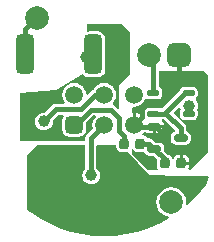
<source format=gbl>
G04 Layer_Physical_Order=2*
G04 Layer_Color=16711680*
%FSLAX25Y25*%
%MOIN*%
G70*
G01*
G75*
G04:AMPARAMS|DCode=13|XSize=35.43mil|YSize=31.5mil|CornerRadius=7.87mil|HoleSize=0mil|Usage=FLASHONLY|Rotation=270.000|XOffset=0mil|YOffset=0mil|HoleType=Round|Shape=RoundedRectangle|*
%AMROUNDEDRECTD13*
21,1,0.03543,0.01575,0,0,270.0*
21,1,0.01969,0.03150,0,0,270.0*
1,1,0.01575,-0.00787,-0.00984*
1,1,0.01575,-0.00787,0.00984*
1,1,0.01575,0.00787,0.00984*
1,1,0.01575,0.00787,-0.00984*
%
%ADD13ROUNDEDRECTD13*%
%ADD18C,0.01575*%
G04:AMPARAMS|DCode=19|XSize=78.74mil|YSize=78.74mil|CornerRadius=19.69mil|HoleSize=0mil|Usage=FLASHONLY|Rotation=180.000|XOffset=0mil|YOffset=0mil|HoleType=Round|Shape=RoundedRectangle|*
%AMROUNDEDRECTD19*
21,1,0.07874,0.03937,0,0,180.0*
21,1,0.03937,0.07874,0,0,180.0*
1,1,0.03937,-0.01969,0.01969*
1,1,0.03937,0.01969,0.01969*
1,1,0.03937,0.01969,-0.01969*
1,1,0.03937,-0.01969,-0.01969*
%
%ADD19ROUNDEDRECTD19*%
%ADD20C,0.07874*%
%ADD21C,0.05906*%
G04:AMPARAMS|DCode=22|XSize=59.06mil|YSize=59.06mil|CornerRadius=14.76mil|HoleSize=0mil|Usage=FLASHONLY|Rotation=0.000|XOffset=0mil|YOffset=0mil|HoleType=Round|Shape=RoundedRectangle|*
%AMROUNDEDRECTD22*
21,1,0.05906,0.02953,0,0,0.0*
21,1,0.02953,0.05906,0,0,0.0*
1,1,0.02953,0.01476,-0.01476*
1,1,0.02953,-0.01476,-0.01476*
1,1,0.02953,-0.01476,0.01476*
1,1,0.02953,0.01476,0.01476*
%
%ADD22ROUNDEDRECTD22*%
%ADD23C,0.02362*%
%ADD24C,0.03937*%
G04:AMPARAMS|DCode=25|XSize=39.37mil|YSize=21.65mil|CornerRadius=5.41mil|HoleSize=0mil|Usage=FLASHONLY|Rotation=180.000|XOffset=0mil|YOffset=0mil|HoleType=Round|Shape=RoundedRectangle|*
%AMROUNDEDRECTD25*
21,1,0.03937,0.01083,0,0,180.0*
21,1,0.02854,0.02165,0,0,180.0*
1,1,0.01083,-0.01427,0.00541*
1,1,0.01083,0.01427,0.00541*
1,1,0.01083,0.01427,-0.00541*
1,1,0.01083,-0.01427,-0.00541*
%
%ADD25ROUNDEDRECTD25*%
G04:AMPARAMS|DCode=26|XSize=23.62mil|YSize=45.28mil|CornerRadius=5.91mil|HoleSize=0mil|Usage=FLASHONLY|Rotation=270.000|XOffset=0mil|YOffset=0mil|HoleType=Round|Shape=RoundedRectangle|*
%AMROUNDEDRECTD26*
21,1,0.02362,0.03347,0,0,270.0*
21,1,0.01181,0.04528,0,0,270.0*
1,1,0.01181,-0.01673,-0.00591*
1,1,0.01181,-0.01673,0.00591*
1,1,0.01181,0.01673,0.00591*
1,1,0.01181,0.01673,-0.00591*
%
%ADD26ROUNDEDRECTD26*%
G04:AMPARAMS|DCode=27|XSize=131.89mil|YSize=59.06mil|CornerRadius=14.76mil|HoleSize=0mil|Usage=FLASHONLY|Rotation=270.000|XOffset=0mil|YOffset=0mil|HoleType=Round|Shape=RoundedRectangle|*
%AMROUNDEDRECTD27*
21,1,0.13189,0.02953,0,0,270.0*
21,1,0.10236,0.05906,0,0,270.0*
1,1,0.02953,-0.01476,-0.05118*
1,1,0.02953,-0.01476,0.05118*
1,1,0.02953,0.01476,0.05118*
1,1,0.02953,0.01476,-0.05118*
%
%ADD27ROUNDEDRECTD27*%
G36*
X-6334Y-11808D02*
Y-19689D01*
X-6535Y-19844D01*
X-7009Y-20461D01*
X-7306Y-21179D01*
X-7408Y-21950D01*
X-7306Y-22721D01*
X-7009Y-23439D01*
X-6535Y-24056D01*
X-5918Y-24529D01*
X-5200Y-24827D01*
X-4429Y-24928D01*
X-3658Y-24827D01*
X-2940Y-24529D01*
X-2323Y-24056D01*
X-1850Y-23439D01*
X-1553Y-22721D01*
X-1451Y-21950D01*
X-1553Y-21179D01*
X-1850Y-20461D01*
X-2323Y-19844D01*
X-2721Y-19539D01*
Y-12176D01*
X-2367Y-11823D01*
X3902Y-11848D01*
Y-12303D01*
X4040Y-12994D01*
X4431Y-13580D01*
X5017Y-13972D01*
X5709Y-14109D01*
X7283D01*
X7697Y-14027D01*
X14961Y-21654D01*
X19980D01*
X20472Y-22146D01*
X34497D01*
X34779Y-22559D01*
X33809Y-25027D01*
X32164Y-27170D01*
X29682Y-29879D01*
X27578Y-31807D01*
X27106Y-31561D01*
X27201Y-30841D01*
X27032Y-29556D01*
X26536Y-28359D01*
X25747Y-27331D01*
X24719Y-26542D01*
X23522Y-26046D01*
X22237Y-25877D01*
X20953Y-26046D01*
X19756Y-26542D01*
X18728Y-27331D01*
X17939Y-28359D01*
X17443Y-29556D01*
X17274Y-30841D01*
X17443Y-32126D01*
X17939Y-33323D01*
X18728Y-34351D01*
X19756Y-35140D01*
X20953Y-35636D01*
X21381Y-35692D01*
X21477Y-36183D01*
X18761Y-37716D01*
X17701Y-38269D01*
X14306Y-39675D01*
X10802Y-40779D01*
X7215Y-41575D01*
X3572Y-42054D01*
X-98Y-42215D01*
X-3769Y-42054D01*
X-7412Y-41575D01*
X-10999Y-40779D01*
X-14503Y-39675D01*
X-17898Y-38269D01*
X-21157Y-36572D01*
X-24255Y-34598D01*
X-25689Y-33498D01*
Y-15059D01*
X-22377Y-11747D01*
X-6334Y-11808D01*
D02*
G37*
G36*
X9943Y-13580D02*
X10529Y-13972D01*
X11220Y-14109D01*
X12795D01*
X13050Y-14059D01*
X13466Y-14337D01*
X13477Y-14394D01*
X13825Y-14915D01*
X14346Y-15263D01*
X14961Y-15385D01*
X16275D01*
X17524Y-16634D01*
X17485Y-16831D01*
Y-18799D01*
X17623Y-19490D01*
X17813Y-19776D01*
X17546Y-20276D01*
X14665D01*
X9154Y-14764D01*
Y-13299D01*
X9653Y-13147D01*
X9943Y-13580D01*
D02*
G37*
G36*
X8465Y25787D02*
Y11713D01*
X4921Y8169D01*
Y2657D01*
Y506D01*
X4421Y299D01*
X3443Y1277D01*
X2907Y1635D01*
X2833Y1814D01*
X2772Y2195D01*
X3340Y2936D01*
X3737Y3893D01*
X3872Y4921D01*
X3737Y5949D01*
X3340Y6907D01*
X2709Y7729D01*
X1887Y8360D01*
X929Y8757D01*
X-98Y8892D01*
X-1126Y8757D01*
X-2084Y8360D01*
X-2906Y7729D01*
X-3537Y6907D01*
X-3653Y6628D01*
X-3841Y6590D01*
X-4427Y6199D01*
X-5633Y4993D01*
X-6160Y5172D01*
X-6263Y5949D01*
X-6660Y6907D01*
X-7290Y7729D01*
X-8113Y8360D01*
X-9071Y8757D01*
X-10098Y8892D01*
X-11126Y8757D01*
X-12084Y8360D01*
X-12906Y7729D01*
X-13537Y6907D01*
X-13934Y5949D01*
X-14069Y4921D01*
X-13934Y3893D01*
X-13537Y2936D01*
X-13130Y2405D01*
X-13376Y1905D01*
X-16142D01*
X-16833Y1767D01*
X-17419Y1376D01*
X-19803Y-1008D01*
X-20177Y-959D01*
X-20948Y-1060D01*
X-21666Y-1358D01*
X-22283Y-1831D01*
X-22756Y-2448D01*
X-23054Y-3166D01*
X-23155Y-3937D01*
X-23054Y-4708D01*
X-22756Y-5426D01*
X-22283Y-6043D01*
X-21666Y-6516D01*
X-20948Y-6814D01*
X-20177Y-6915D01*
X-19406Y-6814D01*
X-18688Y-6516D01*
X-18071Y-6043D01*
X-17598Y-5426D01*
X-17300Y-4708D01*
X-17199Y-3937D01*
X-17248Y-3563D01*
X-15394Y-1708D01*
X-13870D01*
X-13602Y-2208D01*
X-13893Y-2642D01*
X-14084Y-3602D01*
Y-6555D01*
X-13893Y-7515D01*
X-13349Y-8329D01*
X-12535Y-8873D01*
X-11575Y-9064D01*
X-8622D01*
X-7662Y-8873D01*
X-6848Y-8329D01*
X-6304Y-7515D01*
X-6113Y-6555D01*
Y-4216D01*
X-3704Y-1806D01*
X-3064D01*
X-2980Y-2053D01*
X-2934Y-2306D01*
X-3537Y-3093D01*
X-3934Y-4051D01*
X-4069Y-5079D01*
X-3934Y-6106D01*
X-3860Y-6286D01*
X-5805Y-8231D01*
X-6196Y-8817D01*
X-6334Y-9508D01*
Y-10465D01*
X-27795Y-10530D01*
X-28150Y-10177D01*
Y5413D01*
X-16142Y6496D01*
X-7255Y11882D01*
X-7009Y11513D01*
X-6196Y10970D01*
X-5235Y10779D01*
X-2283D01*
X-1323Y10970D01*
X-509Y11513D01*
X35Y12327D01*
X226Y13287D01*
Y23524D01*
X35Y24484D01*
X-509Y25298D01*
X-1323Y25842D01*
X-2283Y26033D01*
X-5235D01*
X-5427Y25994D01*
X-5807Y26320D01*
X-5709Y28642D01*
X5610D01*
X8465Y25787D01*
D02*
G37*
G36*
X34449Y11417D02*
Y-14272D01*
X28592Y-20128D01*
X28237Y-20090D01*
X27995Y-19597D01*
X28062Y-19497D01*
X28200Y-18799D01*
Y-18315D01*
X25591D01*
Y-17815D01*
X25091D01*
Y-15008D01*
X24803D01*
X24106Y-15147D01*
X23515Y-15542D01*
X23120Y-16133D01*
X23081Y-16324D01*
X22572D01*
X22535Y-16139D01*
X22143Y-15553D01*
X21557Y-15162D01*
X21063Y-15064D01*
X19891Y-13891D01*
X19913Y-13780D01*
Y-12598D01*
X19791Y-11984D01*
X19443Y-11463D01*
X18922Y-11115D01*
X18307Y-10993D01*
X16992D01*
X16041Y-10042D01*
X15455Y-9650D01*
X14764Y-9513D01*
X14377D01*
X14073Y-9057D01*
X13487Y-8666D01*
X12795Y-8528D01*
X12677D01*
X12516Y-8055D01*
X12721Y-7898D01*
X13145Y-7345D01*
X13756Y-7359D01*
X13814Y-7446D01*
X14340Y-7797D01*
X14961Y-7921D01*
X16134D01*
Y-5709D01*
X16634D01*
Y-5209D01*
X19929D01*
Y-5118D01*
X19805Y-4498D01*
X19454Y-3971D01*
X19024Y-3684D01*
X19105Y-3190D01*
X19107Y-3184D01*
X19921D01*
X23536Y-6799D01*
X23409Y-7334D01*
X23204Y-7375D01*
X22683Y-7723D01*
X22335Y-8244D01*
X22213Y-8858D01*
Y-10039D01*
X22335Y-10654D01*
X22683Y-11175D01*
X23204Y-11523D01*
X23819Y-11645D01*
X27165D01*
X27780Y-11523D01*
X28301Y-11175D01*
X28649Y-10654D01*
X28771Y-10039D01*
Y-8858D01*
X28649Y-8244D01*
X28301Y-7723D01*
X27780Y-7375D01*
X27299Y-7279D01*
Y-6201D01*
X27161Y-5509D01*
X26769Y-4924D01*
X22879Y-1034D01*
X24717Y804D01*
X25245Y625D01*
X25273Y410D01*
X25444Y-4D01*
X25285Y-241D01*
X25167Y-837D01*
Y-1919D01*
X25285Y-2514D01*
X25623Y-3019D01*
X26127Y-3356D01*
X26722Y-3475D01*
X29577D01*
X30172Y-3356D01*
X30677Y-3019D01*
X31014Y-2514D01*
X31132Y-1919D01*
Y-837D01*
X31014Y-241D01*
X30855Y-4D01*
X31026Y410D01*
X31128Y1181D01*
X31026Y1952D01*
X30729Y2670D01*
X30394Y3107D01*
X30436Y3646D01*
X30484Y3742D01*
X30677Y3871D01*
X31014Y4375D01*
X31132Y4970D01*
Y6053D01*
X31014Y6648D01*
X30677Y7153D01*
X30172Y7490D01*
X29577Y7609D01*
X26722D01*
X26127Y7490D01*
X25623Y7153D01*
X25285Y6648D01*
X25244Y6440D01*
X19232Y428D01*
X18619D01*
X18361Y600D01*
X17766Y719D01*
X14911D01*
X14316Y600D01*
X13812Y263D01*
X13474Y-241D01*
X13356Y-837D01*
Y-1919D01*
X13449Y-2387D01*
X12981Y-2599D01*
X12721Y-2260D01*
X11895Y-1626D01*
X10933Y-1228D01*
X10402Y-1158D01*
Y-5079D01*
X9402D01*
Y-1029D01*
X9154Y-811D01*
Y670D01*
X9529Y999D01*
X9902Y950D01*
X10929Y1086D01*
X11887Y1482D01*
X12709Y2113D01*
X13340Y2936D01*
X13551Y3443D01*
X14170Y3631D01*
X14316Y3533D01*
X14911Y3415D01*
X17766D01*
X18361Y3533D01*
X18866Y3871D01*
X19203Y4375D01*
X19321Y4970D01*
Y6053D01*
X19203Y6648D01*
X18866Y7153D01*
X18361Y7490D01*
X18145Y7533D01*
Y12992D01*
X32874D01*
X34449Y11417D01*
D02*
G37*
%LPC*%
G36*
X19929Y-6209D02*
X17134D01*
Y-7921D01*
X18307D01*
X18928Y-7797D01*
X19454Y-7446D01*
X19805Y-6920D01*
X19929Y-6299D01*
Y-6209D01*
D02*
G37*
G36*
X26378Y-15008D02*
X26091D01*
Y-17315D01*
X28200D01*
Y-16831D01*
X28062Y-16133D01*
X27667Y-15542D01*
X27075Y-15147D01*
X26378Y-15008D01*
D02*
G37*
%LPD*%
D13*
X12008Y-11319D02*
D03*
X6496D02*
D03*
X20079Y-17815D02*
D03*
X25591D02*
D03*
D18*
X-4528Y-9508D02*
X-98Y-5079D01*
X-4528Y-21852D02*
X-4429Y-21950D01*
X-4528Y-21852D02*
Y-9508D01*
X14764Y-11319D02*
X16634Y-13189D01*
X12008Y-11319D02*
X14764D01*
X4921Y-7283D02*
Y-2756D01*
X6496Y-11319D02*
Y-8858D01*
X4921Y-7283D02*
X6496Y-8858D01*
X-10098Y-5079D02*
X-9531D01*
X-4452Y0D01*
X2165D01*
X4921Y-2756D01*
X16634Y-13189D02*
X20079Y-16634D01*
Y-17815D02*
Y-16634D01*
X-16142Y98D02*
X-7972D01*
X-20177Y-3937D02*
X-16142Y98D01*
X-3150Y4921D02*
X-98D01*
X-7972Y98D02*
X-3150Y4921D01*
X-26359Y26719D02*
X-22434Y30644D01*
X10531Y-5709D02*
X16634D01*
X9902Y-5079D02*
X10531Y-5709D01*
X16339Y5512D02*
Y16772D01*
X14902Y18209D02*
X16339Y16772D01*
X20669Y-1378D02*
X25492Y-6201D01*
Y-9449D02*
Y-6201D01*
X28150Y-1378D02*
Y1181D01*
X19980Y-1378D02*
X26870Y5512D01*
X28150D01*
X16339Y-1378D02*
X19980D01*
X20669D01*
X9902Y-5079D02*
X12598Y-2382D01*
Y122D01*
X13953Y1476D01*
X17543D01*
X24803Y8737D01*
Y18110D01*
X24902Y18209D01*
X-26359Y18406D02*
Y26719D01*
X17126Y-5709D02*
X19390Y-7972D01*
X16634Y-5709D02*
X17126D01*
D19*
X24902Y18209D02*
D03*
D20*
X14902D02*
D03*
X22237Y-30841D02*
D03*
X-22434Y30644D02*
D03*
D21*
X9902Y4921D02*
D03*
Y-5079D02*
D03*
X-98Y4921D02*
D03*
Y-5079D02*
D03*
X-10098Y4921D02*
D03*
D22*
Y-5079D02*
D03*
D23*
X-26575Y-8858D02*
D03*
Y-1280D02*
D03*
X5118Y27067D02*
D03*
X15945Y-16732D02*
D03*
X32874Y10827D02*
D03*
Y1772D02*
D03*
X32480Y-6398D02*
D03*
Y-12697D02*
D03*
X29724Y-15945D02*
D03*
X-984Y-13091D02*
D03*
X9744Y-26280D02*
D03*
X-10335Y-21358D02*
D03*
X14567Y-22835D02*
D03*
X18602Y-23622D02*
D03*
X23130D02*
D03*
X28150Y-23917D02*
D03*
X32185Y-24114D02*
D03*
X28839Y-28248D02*
D03*
X-3150Y-40256D02*
D03*
X-3051Y-35728D02*
D03*
X-9843Y-39075D02*
D03*
X-13976Y-37795D02*
D03*
X-18898Y-35827D02*
D03*
X-22736Y-33465D02*
D03*
X-24114Y-29331D02*
D03*
X-24016Y-24902D02*
D03*
X-23917Y-21063D02*
D03*
X1558Y16634D02*
D03*
D24*
X-4429Y-21950D02*
D03*
X-20177Y-3937D02*
D03*
X28150Y1181D02*
D03*
X19390Y-7972D02*
D03*
X-6103Y17619D02*
D03*
D25*
X16339Y5512D02*
D03*
Y-1378D02*
D03*
X28150D02*
D03*
Y5512D02*
D03*
D26*
X25492Y-9449D02*
D03*
X16634Y-5709D02*
D03*
Y-13189D02*
D03*
D27*
X-26359Y18406D02*
D03*
X-3759D02*
D03*
M02*

</source>
